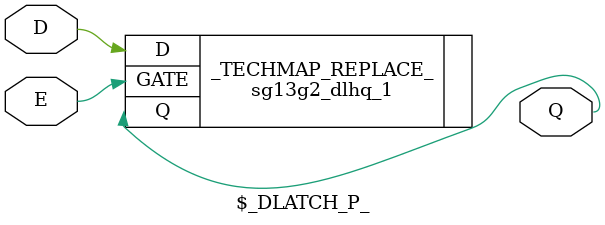
<source format=v>
module $_DLATCH_P_(input E, input D, output Q);
    sg13g2_dlhq_1 _TECHMAP_REPLACE_ (
        .D(D),
        .GATE(E),
        .Q(Q)
        );
endmodule


</source>
